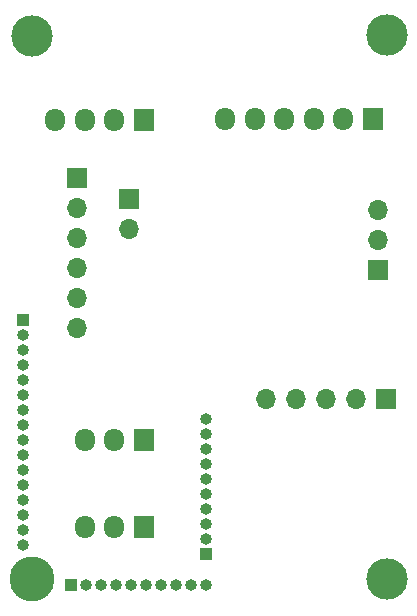
<source format=gbs>
G04 #@! TF.GenerationSoftware,KiCad,Pcbnew,7.0.6*
G04 #@! TF.CreationDate,2023-10-04T20:15:19-05:00*
G04 #@! TF.ProjectId,qvadrans_adapter_board,71766164-7261-46e7-935f-616461707465,rev?*
G04 #@! TF.SameCoordinates,Original*
G04 #@! TF.FileFunction,Soldermask,Bot*
G04 #@! TF.FilePolarity,Negative*
%FSLAX46Y46*%
G04 Gerber Fmt 4.6, Leading zero omitted, Abs format (unit mm)*
G04 Created by KiCad (PCBNEW 7.0.6) date 2023-10-04 20:15:19*
%MOMM*%
%LPD*%
G01*
G04 APERTURE LIST*
%ADD10R,1.700000X1.700000*%
%ADD11O,1.700000X1.700000*%
%ADD12C,3.500000*%
%ADD13R,1.700000X1.950000*%
%ADD14O,1.700000X1.950000*%
%ADD15O,1.000000X1.000000*%
%ADD16R,1.000000X1.000000*%
%ADD17C,3.800000*%
G04 APERTURE END LIST*
D10*
X150950000Y-113600000D03*
D11*
X148410000Y-113600000D03*
X145870000Y-113600000D03*
X143330000Y-113600000D03*
X140790000Y-113600000D03*
D12*
X150975000Y-128850000D03*
D13*
X130390000Y-89998000D03*
D14*
X127890000Y-89998000D03*
X125390000Y-89998000D03*
X122890000Y-89998000D03*
D10*
X124750000Y-94940000D03*
D11*
X124750000Y-97480000D03*
X124750000Y-100020000D03*
X124750000Y-102560000D03*
X124750000Y-105100000D03*
X124750000Y-107640000D03*
D13*
X149790000Y-89898000D03*
D14*
X147290000Y-89898000D03*
X144790000Y-89898000D03*
X142290000Y-89898000D03*
X139790000Y-89898000D03*
X137290000Y-89898000D03*
D10*
X150275000Y-102730000D03*
D11*
X150275000Y-100190000D03*
X150275000Y-97650000D03*
D10*
X129150000Y-96700000D03*
D11*
X129150000Y-99240000D03*
D12*
X150970000Y-82838000D03*
D13*
X130400000Y-117075000D03*
D14*
X127900000Y-117075000D03*
X125400000Y-117075000D03*
D15*
X135705000Y-125440000D03*
X135705000Y-116550000D03*
X135705000Y-117820000D03*
X135705000Y-124170000D03*
X135705000Y-115280000D03*
D16*
X135705000Y-126710000D03*
X124250000Y-129408000D03*
D15*
X125520000Y-129408000D03*
X126790000Y-129408000D03*
X128060000Y-129408000D03*
X129330000Y-129408000D03*
X130600000Y-129408000D03*
D16*
X120150000Y-106958000D03*
D15*
X120150000Y-108228000D03*
X120150000Y-109498000D03*
X120150000Y-110768000D03*
X120150000Y-112038000D03*
X133140000Y-129408000D03*
X134410000Y-129408000D03*
X135680000Y-129408000D03*
X120150000Y-115848000D03*
X120150000Y-117118000D03*
X120150000Y-118388000D03*
X120150000Y-119658000D03*
X120150000Y-120928000D03*
X120150000Y-122198000D03*
X135705000Y-122900000D03*
X135705000Y-121630000D03*
X135705000Y-120360000D03*
X131870000Y-129408000D03*
X135705000Y-119090000D03*
X120150000Y-113308000D03*
X120150000Y-114578000D03*
X120150000Y-123468000D03*
X120150000Y-124738000D03*
X120150000Y-126008000D03*
D13*
X130425000Y-124450000D03*
D14*
X127925000Y-124450000D03*
X125425000Y-124450000D03*
D12*
X120975000Y-82850000D03*
D17*
X120975000Y-128850000D03*
M02*

</source>
